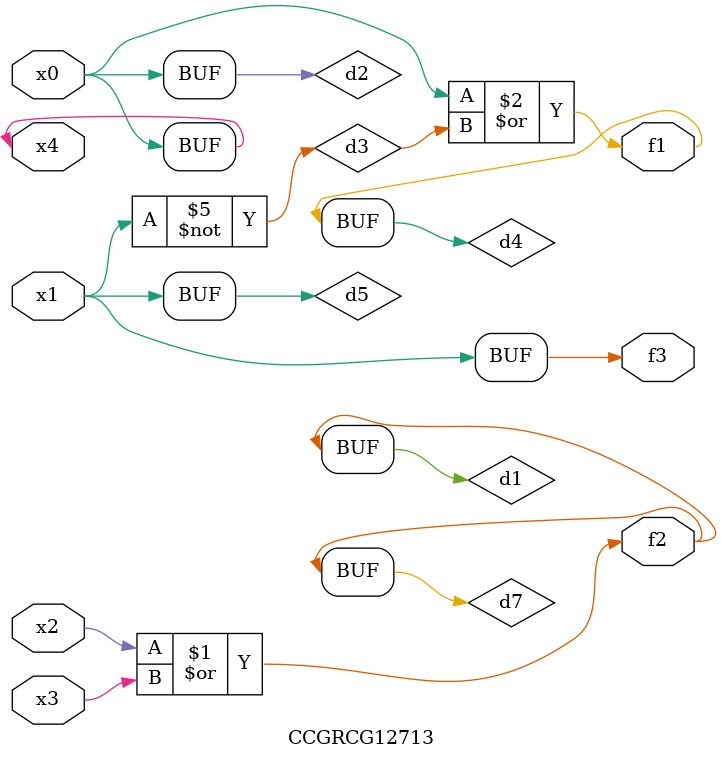
<source format=v>
module CCGRCG12713(
	input x0, x1, x2, x3, x4,
	output f1, f2, f3
);

	wire d1, d2, d3, d4, d5, d6, d7;

	or (d1, x2, x3);
	buf (d2, x0, x4);
	not (d3, x1);
	or (d4, d2, d3);
	not (d5, d3);
	nand (d6, d1, d3);
	or (d7, d1);
	assign f1 = d4;
	assign f2 = d7;
	assign f3 = d5;
endmodule

</source>
